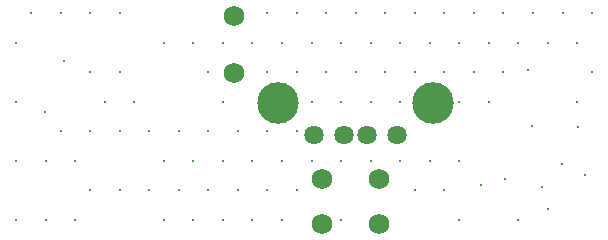
<source format=gbs>
G04*
G04 #@! TF.GenerationSoftware,Altium Limited,Altium Designer,21.2.0 (30)*
G04*
G04 Layer_Color=16711935*
%FSLAX25Y25*%
%MOIN*%
G70*
G04*
G04 #@! TF.SameCoordinates,9EB53224-002F-4CA6-BEF0-4101847B7537*
G04*
G04*
G04 #@! TF.FilePolarity,Negative*
G04*
G01*
G75*
%ADD46C,0.13855*%
%ADD47C,0.06422*%
%ADD48C,0.06800*%
%ADD49C,0.01181*%
D46*
X402134Y423000D02*
D03*
X453866D02*
D03*
D47*
X414221Y412331D02*
D03*
X424063D02*
D03*
X431937D02*
D03*
X441780D02*
D03*
D48*
X436000Y397500D02*
D03*
X417000D02*
D03*
X387500Y433000D02*
D03*
Y452000D02*
D03*
X436000Y382500D02*
D03*
X417000D02*
D03*
D49*
X506890Y452756D02*
D03*
X501968Y442913D02*
D03*
X506890Y433071D02*
D03*
X501968Y423228D02*
D03*
X497047Y452756D02*
D03*
X492126Y442913D02*
D03*
X487205Y452756D02*
D03*
X482283Y442913D02*
D03*
Y383858D02*
D03*
X477362Y452756D02*
D03*
X472441Y442913D02*
D03*
X477362Y433071D02*
D03*
X472441Y423228D02*
D03*
X467520Y452756D02*
D03*
X462598Y442913D02*
D03*
X467520Y433071D02*
D03*
X462598Y423228D02*
D03*
Y403543D02*
D03*
Y383858D02*
D03*
X457677Y452756D02*
D03*
X452756Y442913D02*
D03*
X457677Y433071D02*
D03*
X452756Y403543D02*
D03*
X457677Y393701D02*
D03*
X447835Y452756D02*
D03*
X442913Y442913D02*
D03*
X447835Y433071D02*
D03*
X442913Y423228D02*
D03*
Y403543D02*
D03*
X447835Y393701D02*
D03*
X437992Y452756D02*
D03*
X433071Y442913D02*
D03*
X437992Y433071D02*
D03*
X433071Y423228D02*
D03*
Y403543D02*
D03*
X428150Y452756D02*
D03*
X423228Y442913D02*
D03*
X428150Y433071D02*
D03*
X423228Y423228D02*
D03*
Y403543D02*
D03*
Y383858D02*
D03*
X418307Y452756D02*
D03*
X413386Y442913D02*
D03*
X418307Y433071D02*
D03*
X413386Y423228D02*
D03*
Y403543D02*
D03*
X408465Y452756D02*
D03*
X403543Y442913D02*
D03*
X408465Y433071D02*
D03*
Y413386D02*
D03*
X403543Y403543D02*
D03*
X408465Y393701D02*
D03*
X403543Y383858D02*
D03*
X398622Y452756D02*
D03*
X393701Y442913D02*
D03*
X398622Y433071D02*
D03*
Y413386D02*
D03*
X393701Y403543D02*
D03*
X398622Y393701D02*
D03*
X393701Y383858D02*
D03*
X383858Y442913D02*
D03*
Y423228D02*
D03*
X388779Y413386D02*
D03*
X383858Y403543D02*
D03*
X388779Y393701D02*
D03*
X383858Y383858D02*
D03*
X374016Y442913D02*
D03*
X378937Y433071D02*
D03*
Y413386D02*
D03*
X374016Y403543D02*
D03*
X378937Y393701D02*
D03*
X374016Y383858D02*
D03*
X364173Y442913D02*
D03*
X369094Y413386D02*
D03*
X364173Y403543D02*
D03*
X369094Y393701D02*
D03*
X364173Y383858D02*
D03*
X354331Y423228D02*
D03*
X359252Y413386D02*
D03*
Y393701D02*
D03*
X349410Y452756D02*
D03*
Y433071D02*
D03*
X344488Y423228D02*
D03*
X349410Y413386D02*
D03*
Y393701D02*
D03*
X339567Y452756D02*
D03*
Y433071D02*
D03*
Y413386D02*
D03*
X334646Y403543D02*
D03*
X339567Y393701D02*
D03*
X334646Y383858D02*
D03*
X329724Y452756D02*
D03*
Y413386D02*
D03*
X324803Y403543D02*
D03*
Y383858D02*
D03*
X319882Y452756D02*
D03*
X314961Y442913D02*
D03*
Y423228D02*
D03*
Y403543D02*
D03*
Y383858D02*
D03*
X331000Y437000D02*
D03*
X324500Y420000D02*
D03*
X477969Y397681D02*
D03*
X497000Y402500D02*
D03*
X502151Y414946D02*
D03*
X504500Y399000D02*
D03*
X470000Y395500D02*
D03*
X485500Y434000D02*
D03*
X487000Y415315D02*
D03*
X490220Y394999D02*
D03*
X492326Y387388D02*
D03*
M02*

</source>
